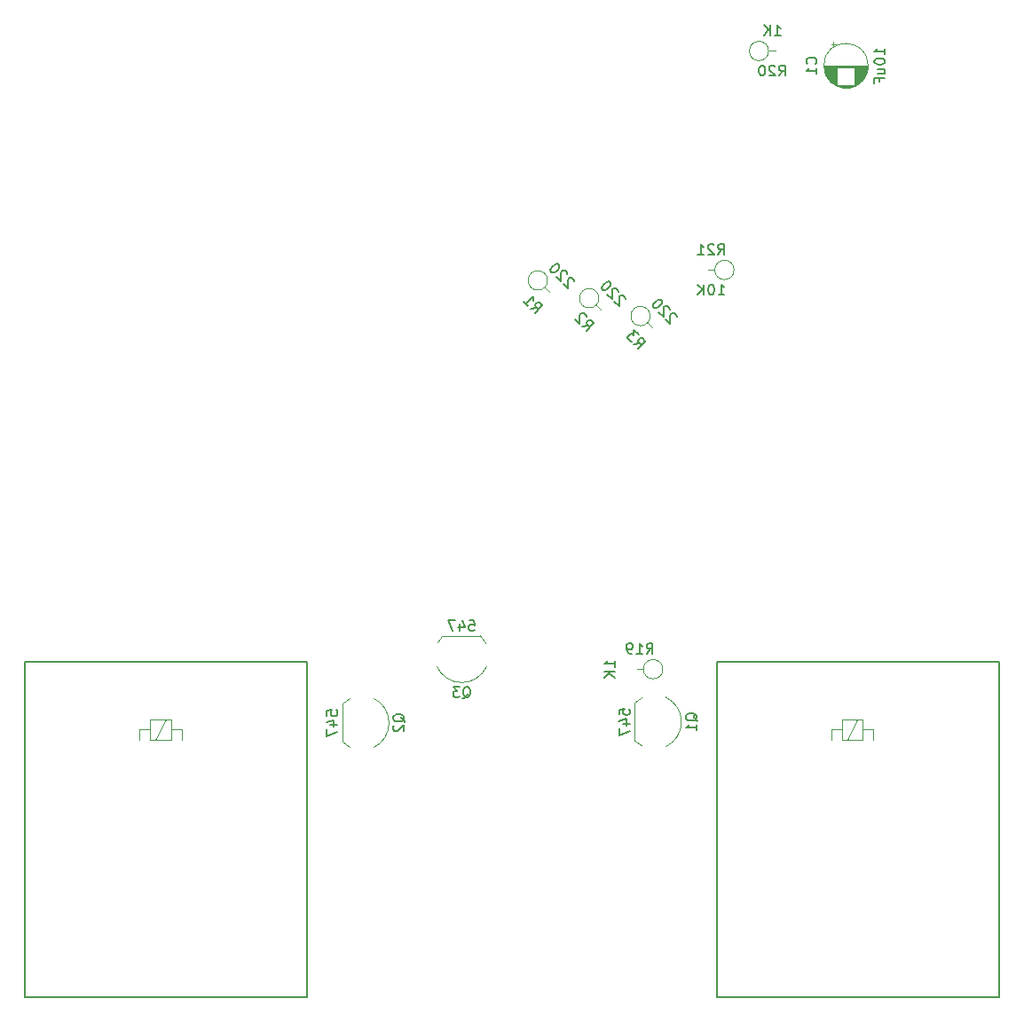
<source format=gbo>
G04 #@! TF.GenerationSoftware,KiCad,Pcbnew,(5.0.0)*
G04 #@! TF.CreationDate,2019-11-21T16:47:14+05:30*
G04 #@! TF.ProjectId,Smartarter,536D61727461727465722E6B69636164,rev?*
G04 #@! TF.SameCoordinates,Original*
G04 #@! TF.FileFunction,Legend,Bot*
G04 #@! TF.FilePolarity,Positive*
%FSLAX46Y46*%
G04 Gerber Fmt 4.6, Leading zero omitted, Abs format (unit mm)*
G04 Created by KiCad (PCBNEW (5.0.0)) date 11/21/19 16:47:14*
%MOMM*%
%LPD*%
G01*
G04 APERTURE LIST*
%ADD10C,0.120000*%
%ADD11C,0.150000*%
G04 APERTURE END LIST*
D10*
G04 #@! TO.C,onRelay1*
X135008736Y-135972310D02*
X136008736Y-133972310D01*
X137508736Y-135972310D02*
X137508736Y-134972310D01*
X137508736Y-134972310D02*
X136508736Y-134972310D01*
X133508736Y-135972310D02*
X133508736Y-134972310D01*
X133508736Y-134972310D02*
X134508736Y-134972310D01*
X134508736Y-135972310D02*
X136508736Y-135972310D01*
X136508736Y-135988310D02*
X136508736Y-133972310D01*
X136508736Y-133972310D02*
X134508736Y-133972310D01*
X134508736Y-135972310D02*
X134508736Y-133972310D01*
D11*
X149508736Y-160472310D02*
X122584736Y-160472310D01*
X122584736Y-160472310D02*
X122584736Y-128468310D01*
X122584736Y-128468310D02*
X149508736Y-128468310D01*
X149508736Y-128468310D02*
X149508736Y-160472310D01*
D10*
G04 #@! TO.C,offRelay1*
X69008736Y-135972308D02*
X70008736Y-133972308D01*
X71508736Y-135972308D02*
X71508736Y-134972308D01*
X71508736Y-134972308D02*
X70508736Y-134972308D01*
X67508736Y-135972308D02*
X67508736Y-134972308D01*
X67508736Y-134972308D02*
X68508736Y-134972308D01*
X68508736Y-135972308D02*
X70508736Y-135972308D01*
X70508736Y-135988308D02*
X70508736Y-133972308D01*
X70508736Y-133972308D02*
X68508736Y-133972308D01*
X68508736Y-135972308D02*
X68508736Y-133972308D01*
D11*
X83508736Y-160472308D02*
X56584736Y-160472308D01*
X56584736Y-160472308D02*
X56584736Y-128468308D01*
X56584736Y-128468308D02*
X83508736Y-128468308D01*
X83508736Y-128468308D02*
X83508736Y-160472308D01*
D10*
G04 #@! TO.C,C1*
X133505000Y-69530199D02*
X133905000Y-69530199D01*
X133705000Y-69330199D02*
X133705000Y-69730199D01*
X134530000Y-73681000D02*
X135270000Y-73681000D01*
X134363000Y-73641000D02*
X135437000Y-73641000D01*
X134236000Y-73601000D02*
X135564000Y-73601000D01*
X134132000Y-73561000D02*
X135668000Y-73561000D01*
X134041000Y-73521000D02*
X135759000Y-73521000D01*
X133960000Y-73481000D02*
X135840000Y-73481000D01*
X133887000Y-73441000D02*
X135913000Y-73441000D01*
X135740000Y-73401000D02*
X135980000Y-73401000D01*
X133820000Y-73401000D02*
X134060000Y-73401000D01*
X135740000Y-73361000D02*
X136042000Y-73361000D01*
X133758000Y-73361000D02*
X134060000Y-73361000D01*
X135740000Y-73321000D02*
X136100000Y-73321000D01*
X133700000Y-73321000D02*
X134060000Y-73321000D01*
X135740000Y-73281000D02*
X136154000Y-73281000D01*
X133646000Y-73281000D02*
X134060000Y-73281000D01*
X135740000Y-73241000D02*
X136204000Y-73241000D01*
X133596000Y-73241000D02*
X134060000Y-73241000D01*
X135740000Y-73201000D02*
X136251000Y-73201000D01*
X133549000Y-73201000D02*
X134060000Y-73201000D01*
X135740000Y-73161000D02*
X136296000Y-73161000D01*
X133504000Y-73161000D02*
X134060000Y-73161000D01*
X135740000Y-73121000D02*
X136338000Y-73121000D01*
X133462000Y-73121000D02*
X134060000Y-73121000D01*
X135740000Y-73081000D02*
X136378000Y-73081000D01*
X133422000Y-73081000D02*
X134060000Y-73081000D01*
X135740000Y-73041000D02*
X136416000Y-73041000D01*
X133384000Y-73041000D02*
X134060000Y-73041000D01*
X135740000Y-73001000D02*
X136452000Y-73001000D01*
X133348000Y-73001000D02*
X134060000Y-73001000D01*
X135740000Y-72961000D02*
X136487000Y-72961000D01*
X133313000Y-72961000D02*
X134060000Y-72961000D01*
X135740000Y-72921000D02*
X136519000Y-72921000D01*
X133281000Y-72921000D02*
X134060000Y-72921000D01*
X135740000Y-72881000D02*
X136550000Y-72881000D01*
X133250000Y-72881000D02*
X134060000Y-72881000D01*
X135740000Y-72841000D02*
X136580000Y-72841000D01*
X133220000Y-72841000D02*
X134060000Y-72841000D01*
X135740000Y-72801000D02*
X136608000Y-72801000D01*
X133192000Y-72801000D02*
X134060000Y-72801000D01*
X135740000Y-72761000D02*
X136635000Y-72761000D01*
X133165000Y-72761000D02*
X134060000Y-72761000D01*
X135740000Y-72721000D02*
X136660000Y-72721000D01*
X133140000Y-72721000D02*
X134060000Y-72721000D01*
X135740000Y-72681000D02*
X136685000Y-72681000D01*
X133115000Y-72681000D02*
X134060000Y-72681000D01*
X135740000Y-72641000D02*
X136708000Y-72641000D01*
X133092000Y-72641000D02*
X134060000Y-72641000D01*
X135740000Y-72601000D02*
X136730000Y-72601000D01*
X133070000Y-72601000D02*
X134060000Y-72601000D01*
X135740000Y-72561000D02*
X136751000Y-72561000D01*
X133049000Y-72561000D02*
X134060000Y-72561000D01*
X135740000Y-72521000D02*
X136770000Y-72521000D01*
X133030000Y-72521000D02*
X134060000Y-72521000D01*
X135740000Y-72481000D02*
X136789000Y-72481000D01*
X133011000Y-72481000D02*
X134060000Y-72481000D01*
X135740000Y-72441000D02*
X136807000Y-72441000D01*
X132993000Y-72441000D02*
X134060000Y-72441000D01*
X135740000Y-72401000D02*
X136824000Y-72401000D01*
X132976000Y-72401000D02*
X134060000Y-72401000D01*
X135740000Y-72361000D02*
X136840000Y-72361000D01*
X132960000Y-72361000D02*
X134060000Y-72361000D01*
X135740000Y-72321000D02*
X136854000Y-72321000D01*
X132946000Y-72321000D02*
X134060000Y-72321000D01*
X135740000Y-72280000D02*
X136868000Y-72280000D01*
X132932000Y-72280000D02*
X134060000Y-72280000D01*
X135740000Y-72240000D02*
X136882000Y-72240000D01*
X132918000Y-72240000D02*
X134060000Y-72240000D01*
X135740000Y-72200000D02*
X136894000Y-72200000D01*
X132906000Y-72200000D02*
X134060000Y-72200000D01*
X135740000Y-72160000D02*
X136905000Y-72160000D01*
X132895000Y-72160000D02*
X134060000Y-72160000D01*
X135740000Y-72120000D02*
X136916000Y-72120000D01*
X132884000Y-72120000D02*
X134060000Y-72120000D01*
X135740000Y-72080000D02*
X136925000Y-72080000D01*
X132875000Y-72080000D02*
X134060000Y-72080000D01*
X135740000Y-72040000D02*
X136934000Y-72040000D01*
X132866000Y-72040000D02*
X134060000Y-72040000D01*
X135740000Y-72000000D02*
X136942000Y-72000000D01*
X132858000Y-72000000D02*
X134060000Y-72000000D01*
X135740000Y-71960000D02*
X136950000Y-71960000D01*
X132850000Y-71960000D02*
X134060000Y-71960000D01*
X135740000Y-71920000D02*
X136956000Y-71920000D01*
X132844000Y-71920000D02*
X134060000Y-71920000D01*
X135740000Y-71880000D02*
X136962000Y-71880000D01*
X132838000Y-71880000D02*
X134060000Y-71880000D01*
X135740000Y-71840000D02*
X136967000Y-71840000D01*
X132833000Y-71840000D02*
X134060000Y-71840000D01*
X135740000Y-71800000D02*
X136971000Y-71800000D01*
X132829000Y-71800000D02*
X134060000Y-71800000D01*
X132826000Y-71760000D02*
X136974000Y-71760000D01*
X132823000Y-71720000D02*
X136977000Y-71720000D01*
X132821000Y-71680000D02*
X136979000Y-71680000D01*
X132820000Y-71640000D02*
X136980000Y-71640000D01*
X132820000Y-71600000D02*
X136980000Y-71600000D01*
X137020000Y-71600000D02*
G75*
G03X137020000Y-71600000I-2120000J0D01*
G01*
G04 #@! TO.C,R1*
X106150538Y-92750538D02*
X106588944Y-93188944D01*
X106420000Y-92100000D02*
G75*
G03X106420000Y-92100000I-920000J0D01*
G01*
G04 #@! TO.C,R2*
X111050538Y-94450538D02*
X111488944Y-94888944D01*
X111320000Y-93800000D02*
G75*
G03X111320000Y-93800000I-920000J0D01*
G01*
G04 #@! TO.C,R3*
X115950538Y-96150538D02*
X116388944Y-96588944D01*
X116220000Y-95500000D02*
G75*
G03X116220000Y-95500000I-920000J0D01*
G01*
G04 #@! TO.C,R19*
X115580000Y-129200000D02*
X114960000Y-129200000D01*
X117420000Y-129200000D02*
G75*
G03X117420000Y-129200000I-920000J0D01*
G01*
G04 #@! TO.C,R20*
X127520000Y-70200000D02*
X128140000Y-70200000D01*
X127520000Y-70200000D02*
G75*
G03X127520000Y-70200000I-920000J0D01*
G01*
G04 #@! TO.C,R21*
X122380000Y-91100000D02*
X121760000Y-91100000D01*
X124220000Y-91100000D02*
G75*
G03X124220000Y-91100000I-920000J0D01*
G01*
G04 #@! TO.C,Q1*
X114758735Y-136032309D02*
X114758735Y-132432309D01*
X115485940Y-136556493D02*
G75*
G02X114758735Y-136032309I1122795J2324184D01*
G01*
X117707542Y-136588709D02*
G75*
G03X119208735Y-134232309I-1098807J2356400D01*
G01*
X117707542Y-131875909D02*
G75*
G02X119208735Y-134232309I-1098807J-2356400D01*
G01*
X115485940Y-131908125D02*
G75*
G03X114758735Y-132432309I1122795J-2324184D01*
G01*
G04 #@! TO.C,Q2*
X87585943Y-132008126D02*
G75*
G03X86858738Y-132532310I1122795J-2324184D01*
G01*
X89807545Y-131975910D02*
G75*
G02X91308738Y-134332310I-1098807J-2356400D01*
G01*
X89807545Y-136688710D02*
G75*
G03X91308738Y-134332310I-1098807J2356400D01*
G01*
X87585943Y-136656494D02*
G75*
G02X86858738Y-136132310I1122795J2324184D01*
G01*
X86858738Y-136132310D02*
X86858738Y-132532310D01*
G04 #@! TO.C,Q3*
X96440000Y-126022310D02*
X100040000Y-126022310D01*
X95915816Y-126749515D02*
G75*
G02X96440000Y-126022310I2324184J-1122795D01*
G01*
X95883600Y-128971117D02*
G75*
G03X98240000Y-130472310I2356400J1098807D01*
G01*
X100596400Y-128971117D02*
G75*
G02X98240000Y-130472310I-2356400J1098807D01*
G01*
X100564184Y-126749515D02*
G75*
G03X100040000Y-126022310I-2324184J-1122795D01*
G01*
G04 #@! TO.C,C1*
D11*
X132007142Y-71433333D02*
X132054761Y-71385714D01*
X132102380Y-71242857D01*
X132102380Y-71147619D01*
X132054761Y-71004761D01*
X131959523Y-70909523D01*
X131864285Y-70861904D01*
X131673809Y-70814285D01*
X131530952Y-70814285D01*
X131340476Y-70861904D01*
X131245238Y-70909523D01*
X131150000Y-71004761D01*
X131102380Y-71147619D01*
X131102380Y-71242857D01*
X131150000Y-71385714D01*
X131197619Y-71433333D01*
X132102380Y-72385714D02*
X132102380Y-71814285D01*
X132102380Y-72100000D02*
X131102380Y-72100000D01*
X131245238Y-72004761D01*
X131340476Y-71909523D01*
X131388095Y-71814285D01*
X138602380Y-70528571D02*
X138602380Y-69957142D01*
X138602380Y-70242857D02*
X137602380Y-70242857D01*
X137745238Y-70147619D01*
X137840476Y-70052380D01*
X137888095Y-69957142D01*
X137602380Y-71147619D02*
X137602380Y-71242857D01*
X137650000Y-71338095D01*
X137697619Y-71385714D01*
X137792857Y-71433333D01*
X137983333Y-71480952D01*
X138221428Y-71480952D01*
X138411904Y-71433333D01*
X138507142Y-71385714D01*
X138554761Y-71338095D01*
X138602380Y-71242857D01*
X138602380Y-71147619D01*
X138554761Y-71052380D01*
X138507142Y-71004761D01*
X138411904Y-70957142D01*
X138221428Y-70909523D01*
X137983333Y-70909523D01*
X137792857Y-70957142D01*
X137697619Y-71004761D01*
X137650000Y-71052380D01*
X137602380Y-71147619D01*
X137935714Y-72338095D02*
X138602380Y-72338095D01*
X137935714Y-71909523D02*
X138459523Y-71909523D01*
X138554761Y-71957142D01*
X138602380Y-72052380D01*
X138602380Y-72195238D01*
X138554761Y-72290476D01*
X138507142Y-72338095D01*
X138078571Y-73147619D02*
X138078571Y-72814285D01*
X138602380Y-72814285D02*
X137602380Y-72814285D01*
X137602380Y-73290476D01*
G04 #@! TO.C,R1*
X104838350Y-94793403D02*
X105410770Y-94692388D01*
X105242411Y-95197464D02*
X105949518Y-94490358D01*
X105680144Y-94220983D01*
X105579129Y-94187312D01*
X105511785Y-94187312D01*
X105410770Y-94220983D01*
X105309755Y-94321999D01*
X105276083Y-94423014D01*
X105276083Y-94490358D01*
X105309755Y-94591373D01*
X105579129Y-94860747D01*
X104164915Y-94119968D02*
X104568976Y-94524029D01*
X104366945Y-94321999D02*
X105074052Y-93614892D01*
X105040381Y-93783251D01*
X105040381Y-93917938D01*
X105074052Y-94018953D01*
X108951018Y-92195964D02*
X108951018Y-92128621D01*
X108917346Y-92027606D01*
X108748987Y-91859247D01*
X108647972Y-91825575D01*
X108580628Y-91825575D01*
X108479613Y-91859247D01*
X108412270Y-91926590D01*
X108344926Y-92061277D01*
X108344926Y-92869399D01*
X107907193Y-92431667D01*
X108277583Y-91522529D02*
X108277583Y-91455186D01*
X108243911Y-91354171D01*
X108075552Y-91185812D01*
X107974537Y-91152140D01*
X107907193Y-91152140D01*
X107806178Y-91185812D01*
X107738835Y-91253155D01*
X107671491Y-91387842D01*
X107671491Y-92195964D01*
X107233758Y-91758232D01*
X107503132Y-90613392D02*
X107435789Y-90546049D01*
X107334774Y-90512377D01*
X107267430Y-90512377D01*
X107166415Y-90546049D01*
X106998056Y-90647064D01*
X106829697Y-90815423D01*
X106728682Y-90983781D01*
X106695010Y-91084797D01*
X106695010Y-91152140D01*
X106728682Y-91253155D01*
X106796026Y-91320499D01*
X106897041Y-91354171D01*
X106964384Y-91354171D01*
X107065400Y-91320499D01*
X107233758Y-91219484D01*
X107402117Y-91051125D01*
X107503132Y-90882766D01*
X107536804Y-90781751D01*
X107536804Y-90714407D01*
X107503132Y-90613392D01*
G04 #@! TO.C,R2*
X109738350Y-96493403D02*
X110310770Y-96392388D01*
X110142411Y-96897464D02*
X110849518Y-96190358D01*
X110580144Y-95920983D01*
X110479129Y-95887312D01*
X110411785Y-95887312D01*
X110310770Y-95920983D01*
X110209755Y-96021999D01*
X110176083Y-96123014D01*
X110176083Y-96190358D01*
X110209755Y-96291373D01*
X110479129Y-96560747D01*
X110108739Y-95584266D02*
X110108739Y-95516922D01*
X110075068Y-95415907D01*
X109906709Y-95247548D01*
X109805693Y-95213877D01*
X109738350Y-95213877D01*
X109637335Y-95247548D01*
X109569991Y-95314892D01*
X109502648Y-95449579D01*
X109502648Y-96257701D01*
X109064915Y-95819968D01*
X113851018Y-93895964D02*
X113851018Y-93828621D01*
X113817346Y-93727606D01*
X113648987Y-93559247D01*
X113547972Y-93525575D01*
X113480628Y-93525575D01*
X113379613Y-93559247D01*
X113312270Y-93626590D01*
X113244926Y-93761277D01*
X113244926Y-94569399D01*
X112807193Y-94131667D01*
X113177583Y-93222529D02*
X113177583Y-93155186D01*
X113143911Y-93054171D01*
X112975552Y-92885812D01*
X112874537Y-92852140D01*
X112807193Y-92852140D01*
X112706178Y-92885812D01*
X112638835Y-92953155D01*
X112571491Y-93087842D01*
X112571491Y-93895964D01*
X112133758Y-93458232D01*
X112403132Y-92313392D02*
X112335789Y-92246049D01*
X112234774Y-92212377D01*
X112167430Y-92212377D01*
X112066415Y-92246049D01*
X111898056Y-92347064D01*
X111729697Y-92515423D01*
X111628682Y-92683781D01*
X111595010Y-92784797D01*
X111595010Y-92852140D01*
X111628682Y-92953155D01*
X111696026Y-93020499D01*
X111797041Y-93054171D01*
X111864384Y-93054171D01*
X111965400Y-93020499D01*
X112133758Y-92919484D01*
X112302117Y-92751125D01*
X112403132Y-92582766D01*
X112436804Y-92481751D01*
X112436804Y-92414407D01*
X112403132Y-92313392D01*
G04 #@! TO.C,R3*
X114638350Y-98193403D02*
X115210770Y-98092388D01*
X115042411Y-98597464D02*
X115749518Y-97890358D01*
X115480144Y-97620983D01*
X115379129Y-97587312D01*
X115311785Y-97587312D01*
X115210770Y-97620983D01*
X115109755Y-97721999D01*
X115076083Y-97823014D01*
X115076083Y-97890358D01*
X115109755Y-97991373D01*
X115379129Y-98260747D01*
X115109755Y-97250594D02*
X114672022Y-96812861D01*
X114638350Y-97317938D01*
X114537335Y-97216922D01*
X114436319Y-97183251D01*
X114368976Y-97183251D01*
X114267961Y-97216922D01*
X114099602Y-97385281D01*
X114065930Y-97486296D01*
X114065930Y-97553640D01*
X114099602Y-97654655D01*
X114301632Y-97856686D01*
X114402648Y-97890358D01*
X114469991Y-97890358D01*
X118751018Y-95595964D02*
X118751018Y-95528621D01*
X118717346Y-95427606D01*
X118548987Y-95259247D01*
X118447972Y-95225575D01*
X118380628Y-95225575D01*
X118279613Y-95259247D01*
X118212270Y-95326590D01*
X118144926Y-95461277D01*
X118144926Y-96269399D01*
X117707193Y-95831667D01*
X118077583Y-94922529D02*
X118077583Y-94855186D01*
X118043911Y-94754171D01*
X117875552Y-94585812D01*
X117774537Y-94552140D01*
X117707193Y-94552140D01*
X117606178Y-94585812D01*
X117538835Y-94653155D01*
X117471491Y-94787842D01*
X117471491Y-95595964D01*
X117033758Y-95158232D01*
X117303132Y-94013392D02*
X117235789Y-93946049D01*
X117134774Y-93912377D01*
X117067430Y-93912377D01*
X116966415Y-93946049D01*
X116798056Y-94047064D01*
X116629697Y-94215423D01*
X116528682Y-94383781D01*
X116495010Y-94484797D01*
X116495010Y-94552140D01*
X116528682Y-94653155D01*
X116596026Y-94720499D01*
X116697041Y-94754171D01*
X116764384Y-94754171D01*
X116865400Y-94720499D01*
X117033758Y-94619484D01*
X117202117Y-94451125D01*
X117303132Y-94282766D01*
X117336804Y-94181751D01*
X117336804Y-94114407D01*
X117303132Y-94013392D01*
G04 #@! TO.C,R19*
X115872857Y-127732380D02*
X116206190Y-127256190D01*
X116444285Y-127732380D02*
X116444285Y-126732380D01*
X116063333Y-126732380D01*
X115968095Y-126780000D01*
X115920476Y-126827619D01*
X115872857Y-126922857D01*
X115872857Y-127065714D01*
X115920476Y-127160952D01*
X115968095Y-127208571D01*
X116063333Y-127256190D01*
X116444285Y-127256190D01*
X114920476Y-127732380D02*
X115491904Y-127732380D01*
X115206190Y-127732380D02*
X115206190Y-126732380D01*
X115301428Y-126875238D01*
X115396666Y-126970476D01*
X115491904Y-127018095D01*
X114444285Y-127732380D02*
X114253809Y-127732380D01*
X114158571Y-127684761D01*
X114110952Y-127637142D01*
X114015714Y-127494285D01*
X113968095Y-127303809D01*
X113968095Y-126922857D01*
X114015714Y-126827619D01*
X114063333Y-126780000D01*
X114158571Y-126732380D01*
X114349047Y-126732380D01*
X114444285Y-126780000D01*
X114491904Y-126827619D01*
X114539523Y-126922857D01*
X114539523Y-127160952D01*
X114491904Y-127256190D01*
X114444285Y-127303809D01*
X114349047Y-127351428D01*
X114158571Y-127351428D01*
X114063333Y-127303809D01*
X114015714Y-127256190D01*
X113968095Y-127160952D01*
X112852380Y-128985714D02*
X112852380Y-128414285D01*
X112852380Y-128700000D02*
X111852380Y-128700000D01*
X111995238Y-128604761D01*
X112090476Y-128509523D01*
X112138095Y-128414285D01*
X112852380Y-129414285D02*
X111852380Y-129414285D01*
X112852380Y-129985714D02*
X112280952Y-129557142D01*
X111852380Y-129985714D02*
X112423809Y-129414285D01*
G04 #@! TO.C,R20*
X128512857Y-72572380D02*
X128846190Y-72096190D01*
X129084285Y-72572380D02*
X129084285Y-71572380D01*
X128703333Y-71572380D01*
X128608095Y-71620000D01*
X128560476Y-71667619D01*
X128512857Y-71762857D01*
X128512857Y-71905714D01*
X128560476Y-72000952D01*
X128608095Y-72048571D01*
X128703333Y-72096190D01*
X129084285Y-72096190D01*
X128131904Y-71667619D02*
X128084285Y-71620000D01*
X127989047Y-71572380D01*
X127750952Y-71572380D01*
X127655714Y-71620000D01*
X127608095Y-71667619D01*
X127560476Y-71762857D01*
X127560476Y-71858095D01*
X127608095Y-72000952D01*
X128179523Y-72572380D01*
X127560476Y-72572380D01*
X126941428Y-71572380D02*
X126846190Y-71572380D01*
X126750952Y-71620000D01*
X126703333Y-71667619D01*
X126655714Y-71762857D01*
X126608095Y-71953333D01*
X126608095Y-72191428D01*
X126655714Y-72381904D01*
X126703333Y-72477142D01*
X126750952Y-72524761D01*
X126846190Y-72572380D01*
X126941428Y-72572380D01*
X127036666Y-72524761D01*
X127084285Y-72477142D01*
X127131904Y-72381904D01*
X127179523Y-72191428D01*
X127179523Y-71953333D01*
X127131904Y-71762857D01*
X127084285Y-71667619D01*
X127036666Y-71620000D01*
X126941428Y-71572380D01*
X128084285Y-68732380D02*
X128655714Y-68732380D01*
X128370000Y-68732380D02*
X128370000Y-67732380D01*
X128465238Y-67875238D01*
X128560476Y-67970476D01*
X128655714Y-68018095D01*
X127655714Y-68732380D02*
X127655714Y-67732380D01*
X127084285Y-68732380D02*
X127512857Y-68160952D01*
X127084285Y-67732380D02*
X127655714Y-68303809D01*
G04 #@! TO.C,R21*
X122672857Y-89632380D02*
X123006190Y-89156190D01*
X123244285Y-89632380D02*
X123244285Y-88632380D01*
X122863333Y-88632380D01*
X122768095Y-88680000D01*
X122720476Y-88727619D01*
X122672857Y-88822857D01*
X122672857Y-88965714D01*
X122720476Y-89060952D01*
X122768095Y-89108571D01*
X122863333Y-89156190D01*
X123244285Y-89156190D01*
X122291904Y-88727619D02*
X122244285Y-88680000D01*
X122149047Y-88632380D01*
X121910952Y-88632380D01*
X121815714Y-88680000D01*
X121768095Y-88727619D01*
X121720476Y-88822857D01*
X121720476Y-88918095D01*
X121768095Y-89060952D01*
X122339523Y-89632380D01*
X121720476Y-89632380D01*
X120768095Y-89632380D02*
X121339523Y-89632380D01*
X121053809Y-89632380D02*
X121053809Y-88632380D01*
X121149047Y-88775238D01*
X121244285Y-88870476D01*
X121339523Y-88918095D01*
X122720476Y-93472380D02*
X123291904Y-93472380D01*
X123006190Y-93472380D02*
X123006190Y-92472380D01*
X123101428Y-92615238D01*
X123196666Y-92710476D01*
X123291904Y-92758095D01*
X122101428Y-92472380D02*
X122006190Y-92472380D01*
X121910952Y-92520000D01*
X121863333Y-92567619D01*
X121815714Y-92662857D01*
X121768095Y-92853333D01*
X121768095Y-93091428D01*
X121815714Y-93281904D01*
X121863333Y-93377142D01*
X121910952Y-93424761D01*
X122006190Y-93472380D01*
X122101428Y-93472380D01*
X122196666Y-93424761D01*
X122244285Y-93377142D01*
X122291904Y-93281904D01*
X122339523Y-93091428D01*
X122339523Y-92853333D01*
X122291904Y-92662857D01*
X122244285Y-92567619D01*
X122196666Y-92520000D01*
X122101428Y-92472380D01*
X121339523Y-93472380D02*
X121339523Y-92472380D01*
X120768095Y-93472380D02*
X121196666Y-92900952D01*
X120768095Y-92472380D02*
X121339523Y-93043809D01*
G04 #@! TO.C,Q1*
X120716354Y-134137070D02*
X120668735Y-134041832D01*
X120573496Y-133946594D01*
X120430639Y-133803737D01*
X120383020Y-133708499D01*
X120383020Y-133613261D01*
X120621115Y-133660880D02*
X120573496Y-133565642D01*
X120478258Y-133470404D01*
X120287782Y-133422785D01*
X119954449Y-133422785D01*
X119763973Y-133470404D01*
X119668735Y-133565642D01*
X119621115Y-133660880D01*
X119621115Y-133851356D01*
X119668735Y-133946594D01*
X119763973Y-134041832D01*
X119954449Y-134089451D01*
X120287782Y-134089451D01*
X120478258Y-134041832D01*
X120573496Y-133946594D01*
X120621115Y-133851356D01*
X120621115Y-133660880D01*
X120621115Y-135041832D02*
X120621115Y-134470404D01*
X120621115Y-134756118D02*
X119621115Y-134756118D01*
X119763973Y-134660880D01*
X119859211Y-134565642D01*
X119906830Y-134470404D01*
X113271115Y-133518023D02*
X113271115Y-133041832D01*
X113747306Y-132994213D01*
X113699687Y-133041832D01*
X113652068Y-133137070D01*
X113652068Y-133375166D01*
X113699687Y-133470404D01*
X113747306Y-133518023D01*
X113842544Y-133565642D01*
X114080639Y-133565642D01*
X114175877Y-133518023D01*
X114223496Y-133470404D01*
X114271115Y-133375166D01*
X114271115Y-133137070D01*
X114223496Y-133041832D01*
X114175877Y-132994213D01*
X113604449Y-134422785D02*
X114271115Y-134422785D01*
X113223496Y-134184689D02*
X113937782Y-133946594D01*
X113937782Y-134565642D01*
X113271115Y-134851356D02*
X113271115Y-135518023D01*
X114271115Y-135089451D01*
G04 #@! TO.C,Q2*
X92816357Y-134237071D02*
X92768738Y-134141833D01*
X92673499Y-134046595D01*
X92530642Y-133903738D01*
X92483023Y-133808500D01*
X92483023Y-133713262D01*
X92721118Y-133760881D02*
X92673499Y-133665643D01*
X92578261Y-133570405D01*
X92387785Y-133522786D01*
X92054452Y-133522786D01*
X91863976Y-133570405D01*
X91768738Y-133665643D01*
X91721118Y-133760881D01*
X91721118Y-133951357D01*
X91768738Y-134046595D01*
X91863976Y-134141833D01*
X92054452Y-134189452D01*
X92387785Y-134189452D01*
X92578261Y-134141833D01*
X92673499Y-134046595D01*
X92721118Y-133951357D01*
X92721118Y-133760881D01*
X91816357Y-134570405D02*
X91768738Y-134618024D01*
X91721118Y-134713262D01*
X91721118Y-134951357D01*
X91768738Y-135046595D01*
X91816357Y-135094214D01*
X91911595Y-135141833D01*
X92006833Y-135141833D01*
X92149690Y-135094214D01*
X92721118Y-134522786D01*
X92721118Y-135141833D01*
X85371118Y-133618024D02*
X85371118Y-133141833D01*
X85847309Y-133094214D01*
X85799690Y-133141833D01*
X85752071Y-133237071D01*
X85752071Y-133475167D01*
X85799690Y-133570405D01*
X85847309Y-133618024D01*
X85942547Y-133665643D01*
X86180642Y-133665643D01*
X86275880Y-133618024D01*
X86323499Y-133570405D01*
X86371118Y-133475167D01*
X86371118Y-133237071D01*
X86323499Y-133141833D01*
X86275880Y-133094214D01*
X85704452Y-134522786D02*
X86371118Y-134522786D01*
X85323499Y-134284690D02*
X86037785Y-134046595D01*
X86037785Y-134665643D01*
X85371118Y-134951357D02*
X85371118Y-135618024D01*
X86371118Y-135189452D01*
G04 #@! TO.C,Q3*
X98335238Y-131979929D02*
X98430476Y-131932310D01*
X98525714Y-131837071D01*
X98668571Y-131694214D01*
X98763809Y-131646595D01*
X98859047Y-131646595D01*
X98811428Y-131884690D02*
X98906666Y-131837071D01*
X99001904Y-131741833D01*
X99049523Y-131551357D01*
X99049523Y-131218024D01*
X99001904Y-131027548D01*
X98906666Y-130932310D01*
X98811428Y-130884690D01*
X98620952Y-130884690D01*
X98525714Y-130932310D01*
X98430476Y-131027548D01*
X98382857Y-131218024D01*
X98382857Y-131551357D01*
X98430476Y-131741833D01*
X98525714Y-131837071D01*
X98620952Y-131884690D01*
X98811428Y-131884690D01*
X98049523Y-130884690D02*
X97430476Y-130884690D01*
X97763809Y-131265643D01*
X97620952Y-131265643D01*
X97525714Y-131313262D01*
X97478095Y-131360881D01*
X97430476Y-131456119D01*
X97430476Y-131694214D01*
X97478095Y-131789452D01*
X97525714Y-131837071D01*
X97620952Y-131884690D01*
X97906666Y-131884690D01*
X98001904Y-131837071D01*
X98049523Y-131789452D01*
X98954285Y-124534690D02*
X99430476Y-124534690D01*
X99478095Y-125010881D01*
X99430476Y-124963262D01*
X99335238Y-124915643D01*
X99097142Y-124915643D01*
X99001904Y-124963262D01*
X98954285Y-125010881D01*
X98906666Y-125106119D01*
X98906666Y-125344214D01*
X98954285Y-125439452D01*
X99001904Y-125487071D01*
X99097142Y-125534690D01*
X99335238Y-125534690D01*
X99430476Y-125487071D01*
X99478095Y-125439452D01*
X98049523Y-124868024D02*
X98049523Y-125534690D01*
X98287619Y-124487071D02*
X98525714Y-125201357D01*
X97906666Y-125201357D01*
X97620952Y-124534690D02*
X96954285Y-124534690D01*
X97382857Y-125534690D01*
G04 #@! TD*
M02*

</source>
